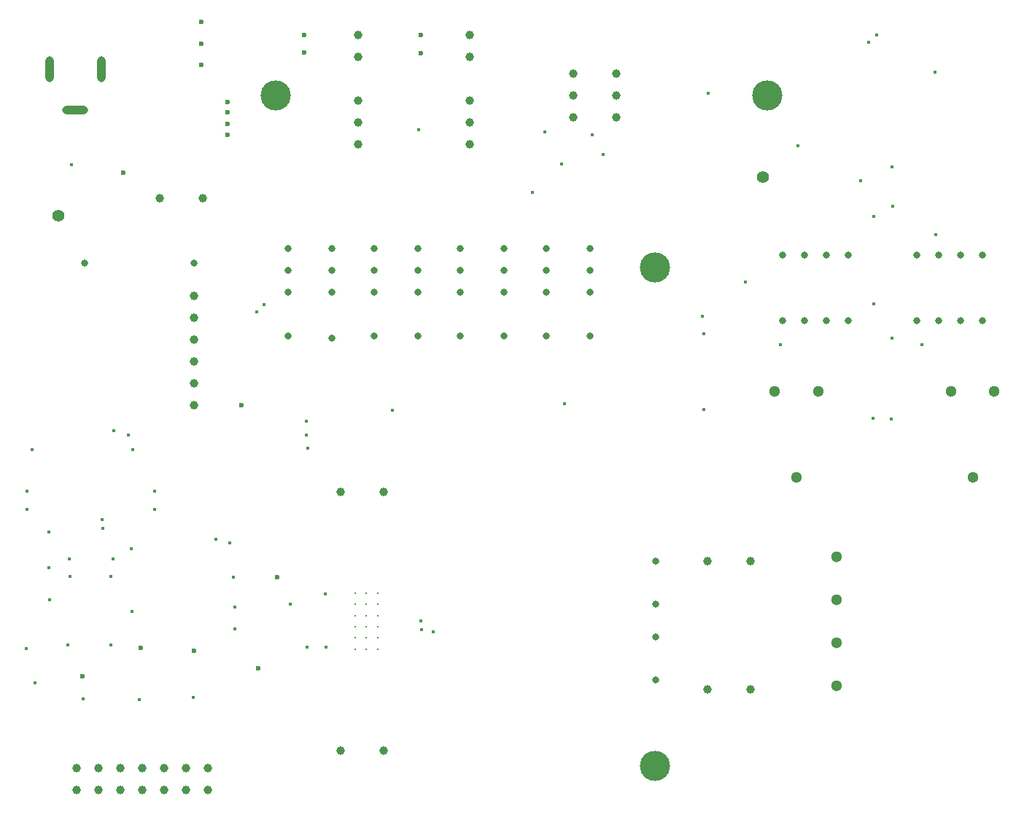
<source format=gbr>
%TF.GenerationSoftware,KiCad,Pcbnew,6.0.4-1.fc35*%
%TF.CreationDate,2022-04-07T15:47:32+02:00*%
%TF.ProjectId,office_amp,6f666669-6365-45f6-916d-702e6b696361,rev?*%
%TF.SameCoordinates,Original*%
%TF.FileFunction,Plated,1,4,PTH,Mixed*%
%TF.FilePolarity,Positive*%
%FSLAX46Y46*%
G04 Gerber Fmt 4.6, Leading zero omitted, Abs format (unit mm)*
G04 Created by KiCad (PCBNEW 6.0.4-1.fc35) date 2022-04-07 15:47:32*
%MOMM*%
%LPD*%
G01*
G04 APERTURE LIST*
%TA.AperFunction,ComponentDrill*%
%ADD10C,0.300000*%
%TD*%
%TA.AperFunction,ViaDrill*%
%ADD11C,0.400000*%
%TD*%
%TA.AperFunction,ViaDrill*%
%ADD12C,0.600000*%
%TD*%
%TA.AperFunction,ComponentDrill*%
%ADD13C,0.800000*%
%TD*%
G04 aperture for slot hole*
%TA.AperFunction,ComponentDrill*%
%ADD14O,1.000000X3.000000*%
%TD*%
G04 aperture for slot hole*
%TA.AperFunction,ComponentDrill*%
%ADD15O,3.000000X1.000000*%
%TD*%
%TA.AperFunction,ComponentDrill*%
%ADD16C,1.000000*%
%TD*%
%TA.AperFunction,ComponentDrill*%
%ADD17C,1.300000*%
%TD*%
%TA.AperFunction,ComponentDrill*%
%ADD18C,1.400000*%
%TD*%
%TA.AperFunction,ComponentDrill*%
%ADD19C,3.500000*%
%TD*%
G04 APERTURE END LIST*
D10*
%TO.C,U6*%
X131700000Y-127850000D03*
X131700000Y-129150000D03*
X131700000Y-130450000D03*
X131700000Y-131750000D03*
X131700000Y-133050000D03*
X131700000Y-134350000D03*
X133000000Y-127850000D03*
X133000000Y-129150000D03*
X133000000Y-130450000D03*
X133000000Y-131750000D03*
X133000000Y-133050000D03*
X133000000Y-134350000D03*
X134300000Y-127850000D03*
X134300000Y-129150000D03*
X134300000Y-130450000D03*
X134300000Y-131750000D03*
X134300000Y-133050000D03*
X134300000Y-134350000D03*
%TD*%
D11*
X93500000Y-134300000D03*
X93600000Y-116000000D03*
X93600000Y-118100000D03*
X94200000Y-111200000D03*
X94500000Y-138300000D03*
X96100000Y-120700000D03*
X96100000Y-124900000D03*
X96200000Y-128600000D03*
X98300000Y-133900000D03*
X98500000Y-123900000D03*
X98600000Y-125900000D03*
X98800000Y-78100000D03*
X100100000Y-140100000D03*
X102349500Y-119300000D03*
X102400000Y-120300000D03*
X103300000Y-125900000D03*
X103300000Y-133900000D03*
X103600000Y-123900000D03*
X103700000Y-109000000D03*
X105400000Y-109500000D03*
X105700000Y-122700000D03*
X105800000Y-129999500D03*
X105900000Y-111200000D03*
X106600000Y-140200000D03*
X108400000Y-116000000D03*
X108400000Y-118100000D03*
X112900000Y-140000000D03*
X115500000Y-121600000D03*
X117100000Y-122000000D03*
X117600000Y-126000000D03*
X117700000Y-129500000D03*
X117700000Y-132000000D03*
X120300000Y-95200000D03*
X121100000Y-94300000D03*
X124200000Y-129100000D03*
X126000000Y-107900000D03*
X126000000Y-109500000D03*
X126100000Y-134100000D03*
X126200000Y-111000000D03*
X128270023Y-127929977D03*
X128300000Y-134124500D03*
X136000000Y-106562355D03*
X139100000Y-74000000D03*
X139300000Y-131100000D03*
X139410377Y-132099500D03*
X140800000Y-132324500D03*
X152250000Y-81250000D03*
X153750000Y-74250000D03*
X155700000Y-78000000D03*
X156000000Y-105800000D03*
X159200000Y-74600000D03*
X160500000Y-76900000D03*
X172000000Y-95700000D03*
X172200000Y-97700000D03*
X172200000Y-106500000D03*
X172700000Y-69800000D03*
X177000000Y-91700000D03*
X181100000Y-99000000D03*
X183100000Y-75900000D03*
X190400000Y-79900000D03*
X191272536Y-63827464D03*
X191800000Y-107500000D03*
X191900000Y-84100000D03*
X191900000Y-94200000D03*
X192200000Y-63000000D03*
X193900000Y-107600000D03*
X194000000Y-98200000D03*
X194037500Y-78362500D03*
X194100000Y-82900000D03*
X197500000Y-99000000D03*
X199000000Y-67300000D03*
X199100000Y-86200000D03*
D12*
X100000000Y-137500000D03*
X104800000Y-79000000D03*
X106800000Y-134200000D03*
X113000000Y-134500000D03*
X113800000Y-61500000D03*
X113800000Y-64000000D03*
X113800000Y-66500000D03*
X116900000Y-70800000D03*
X116900000Y-72000000D03*
X116900000Y-73300000D03*
X116900000Y-74600000D03*
X118500000Y-106000000D03*
X120399500Y-136600000D03*
X122600000Y-126000000D03*
X125800000Y-63000000D03*
X125800000Y-65000000D03*
X139300000Y-63000000D03*
X139300000Y-65100000D03*
D13*
%TO.C,L3*%
X100300000Y-89500000D03*
X113000000Y-89500000D03*
%TO.C,K3*%
X123920000Y-87840000D03*
X123920000Y-90380000D03*
X123920000Y-92920000D03*
X123920000Y-98000000D03*
X129000000Y-87840000D03*
X129000000Y-90380000D03*
X129000000Y-92920000D03*
X129000000Y-98180000D03*
%TO.C,K4*%
X133920000Y-87840000D03*
X133920000Y-90380000D03*
X133920000Y-92920000D03*
X133920000Y-98000000D03*
X139000000Y-87840000D03*
X139000000Y-90380000D03*
X139000000Y-92920000D03*
X139000000Y-98000000D03*
%TO.C,K2*%
X143920000Y-87840000D03*
X143920000Y-90380000D03*
X143920000Y-92920000D03*
X143920000Y-98000000D03*
X149000000Y-87840000D03*
X149000000Y-90380000D03*
X149000000Y-92920000D03*
X149000000Y-98000000D03*
%TO.C,K1*%
X153920000Y-87840000D03*
X153920000Y-90380000D03*
X153920000Y-92920000D03*
X153920000Y-98000000D03*
X159000000Y-87840000D03*
X159000000Y-90380000D03*
X159000000Y-92920000D03*
X159000000Y-98000000D03*
%TO.C,C22*%
X166600000Y-124100000D03*
X166600000Y-129100000D03*
%TO.C,C23*%
X166600000Y-132900000D03*
X166600000Y-137900000D03*
%TO.C,U9*%
X181280000Y-88600000D03*
X181280000Y-96220000D03*
X183820000Y-88600000D03*
X183820000Y-96220000D03*
X186360000Y-88600000D03*
X186360000Y-96220000D03*
X188900000Y-88600000D03*
X188900000Y-96220000D03*
%TO.C,U8*%
X196900000Y-88600000D03*
X196900000Y-96220000D03*
X199440000Y-88600000D03*
X199440000Y-96220000D03*
X201980000Y-88600000D03*
X201980000Y-96220000D03*
X204520000Y-88600000D03*
X204520000Y-96220000D03*
D14*
%TO.C,J1*%
X96200000Y-67000000D03*
D15*
X99200000Y-71700000D03*
D16*
%TO.C,J3*%
X99380000Y-148212500D03*
X99380000Y-150752500D03*
X101920000Y-148212500D03*
X101920000Y-150752500D03*
D14*
%TO.C,J1*%
X102200000Y-67000000D03*
D16*
%TO.C,J3*%
X104460000Y-148212500D03*
X104460000Y-150752500D03*
X107000000Y-148212500D03*
X107000000Y-150752500D03*
%TO.C,C3*%
X109000000Y-82000000D03*
%TO.C,J3*%
X109540000Y-148212500D03*
X109540000Y-150752500D03*
X112080000Y-148212500D03*
X112080000Y-150752500D03*
%TO.C,U5*%
X113000000Y-93300000D03*
X113000000Y-95840000D03*
X113000000Y-98380000D03*
X113000000Y-100920000D03*
X113000000Y-103460000D03*
X113000000Y-106000000D03*
%TO.C,C3*%
X114000000Y-82000000D03*
%TO.C,J3*%
X114620000Y-148212500D03*
X114620000Y-150752500D03*
%TO.C,C10*%
X130000000Y-116100000D03*
%TO.C,C11*%
X130000000Y-146100000D03*
%TO.C,U2*%
X132000000Y-63000000D03*
X132000000Y-65540000D03*
X132000000Y-70620000D03*
X132000000Y-73160000D03*
X132000000Y-75700000D03*
%TO.C,C10*%
X135000000Y-116100000D03*
%TO.C,C11*%
X135000000Y-146100000D03*
%TO.C,U4*%
X145000000Y-63000000D03*
X145000000Y-65540000D03*
X145000000Y-70620000D03*
X145000000Y-73160000D03*
X145000000Y-75700000D03*
%TO.C,J8*%
X157000000Y-67475000D03*
X157000000Y-70015000D03*
X157000000Y-72555000D03*
%TO.C,J2*%
X162000000Y-67475000D03*
X162000000Y-70015000D03*
X162000000Y-72555000D03*
%TO.C,C24*%
X172600000Y-124100000D03*
%TO.C,C25*%
X172600000Y-139000000D03*
%TO.C,C24*%
X177600000Y-124100000D03*
%TO.C,C25*%
X177600000Y-139000000D03*
D17*
%TO.C,RV2*%
X180425000Y-104400000D03*
X182925000Y-114400000D03*
X185425000Y-104400000D03*
%TO.C,J7*%
X187600000Y-123600000D03*
X187600000Y-128600000D03*
X187600000Y-133600000D03*
X187600000Y-138600000D03*
%TO.C,RV1*%
X200900000Y-104400000D03*
X203400000Y-114400000D03*
X205900000Y-104400000D03*
D18*
%TO.C,TP2*%
X97250000Y-84000000D03*
%TO.C,TP5*%
X179000000Y-79500000D03*
D19*
%TO.C,REF\u002A\u002A*%
X122500000Y-70050000D03*
X166500000Y-90000000D03*
X166500000Y-147950000D03*
X179500000Y-70050000D03*
M02*

</source>
